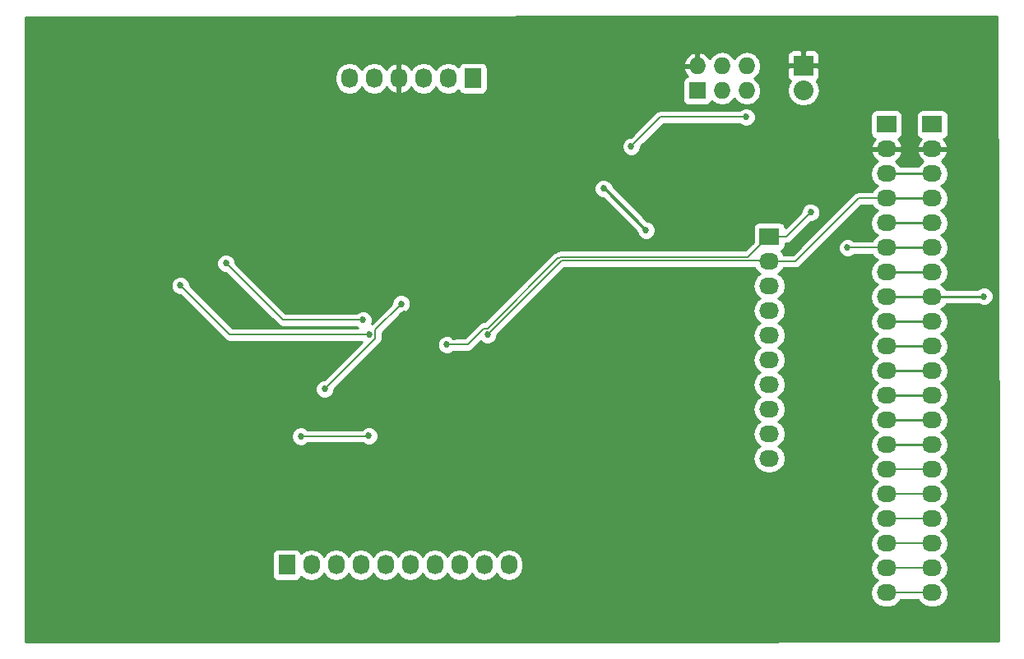
<source format=gbl>
G04 #@! TF.FileFunction,Copper,L2,Bot,Signal*
%FSLAX46Y46*%
G04 Gerber Fmt 4.6, Leading zero omitted, Abs format (unit mm)*
G04 Created by KiCad (PCBNEW 4.0.6) date Sat Aug 26 00:36:03 2017*
%MOMM*%
%LPD*%
G01*
G04 APERTURE LIST*
%ADD10C,0.100000*%
%ADD11R,1.727200X2.032000*%
%ADD12O,1.727200X2.032000*%
%ADD13R,1.727200X1.727200*%
%ADD14O,1.727200X1.727200*%
%ADD15R,2.032000X1.727200*%
%ADD16O,2.032000X1.727200*%
%ADD17R,2.032000X2.032000*%
%ADD18O,2.032000X2.032000*%
%ADD19C,0.685800*%
%ADD20C,0.152400*%
%ADD21C,0.330200*%
%ADD22C,0.254000*%
G04 APERTURE END LIST*
D10*
D11*
X171210000Y-57660000D03*
D12*
X168670000Y-57660000D03*
X166130000Y-57660000D03*
X163590000Y-57660000D03*
X161050000Y-57660000D03*
X158510000Y-57660000D03*
D13*
X194310000Y-58928000D03*
D14*
X194310000Y-56388000D03*
X196850000Y-58928000D03*
X196850000Y-56388000D03*
X199390000Y-58928000D03*
X199390000Y-56388000D03*
D11*
X152050000Y-107790000D03*
D12*
X154590000Y-107790000D03*
X157130000Y-107790000D03*
X159670000Y-107790000D03*
X162210000Y-107790000D03*
X164750000Y-107790000D03*
X167290000Y-107790000D03*
X169830000Y-107790000D03*
X172370000Y-107790000D03*
X174910000Y-107790000D03*
D15*
X201710000Y-73960000D03*
D16*
X201710000Y-76500000D03*
X201710000Y-79040000D03*
X201710000Y-81580000D03*
X201710000Y-84120000D03*
X201710000Y-86660000D03*
X201710000Y-89200000D03*
X201710000Y-91740000D03*
X201710000Y-94280000D03*
X201710000Y-96820000D03*
D15*
X218500000Y-62390000D03*
D16*
X218500000Y-64930000D03*
X218500000Y-67470000D03*
X218500000Y-70010000D03*
X218500000Y-72550000D03*
X218500000Y-75090000D03*
X218500000Y-77630000D03*
X218500000Y-80170000D03*
X218500000Y-82710000D03*
X218500000Y-85250000D03*
X218500000Y-87790000D03*
X218500000Y-90330000D03*
X218500000Y-92870000D03*
X218500000Y-95410000D03*
X218500000Y-97950000D03*
X218500000Y-100490000D03*
X218500000Y-103030000D03*
X218500000Y-105570000D03*
X218500000Y-108110000D03*
X218500000Y-110650000D03*
D15*
X213780000Y-62390000D03*
D16*
X213780000Y-64930000D03*
X213780000Y-67470000D03*
X213780000Y-70010000D03*
X213780000Y-72550000D03*
X213780000Y-75090000D03*
X213780000Y-77630000D03*
X213780000Y-80170000D03*
X213780000Y-82710000D03*
X213780000Y-85250000D03*
X213780000Y-87790000D03*
X213780000Y-90330000D03*
X213780000Y-92870000D03*
X213780000Y-95410000D03*
X213780000Y-97950000D03*
X213780000Y-100490000D03*
X213780000Y-103030000D03*
X213780000Y-105570000D03*
X213780000Y-108110000D03*
X213780000Y-110650000D03*
D17*
X205240000Y-56350000D03*
D18*
X205240000Y-58890000D03*
D19*
X160487360Y-94493080D03*
X153504900Y-94538800D03*
X184658000Y-69011800D03*
X189026800Y-73304400D03*
X199331580Y-61630560D03*
X187512960Y-64658240D03*
X159893000Y-82550000D03*
X145796000Y-76708000D03*
X160528000Y-84074000D03*
X141097000Y-78994000D03*
X163830000Y-80899000D03*
X155956000Y-89662000D03*
X169290000Y-84300000D03*
X164210000Y-83500000D03*
X164210000Y-81900000D03*
X178572160Y-59311540D03*
X163590000Y-53340000D03*
X187790000Y-56430000D03*
X172720000Y-84074000D03*
X168529000Y-85090000D03*
X205994000Y-71450200D03*
X209778600Y-75107800D03*
X223824800Y-80111600D03*
D20*
X153504900Y-94538800D02*
X160441640Y-94538800D01*
X160441640Y-94538800D02*
X160487360Y-94493080D01*
D21*
X184734200Y-69011800D02*
X184658000Y-69011800D01*
X189026800Y-73304400D02*
X184734200Y-69011800D01*
D20*
X190540640Y-61630560D02*
X199331580Y-61630560D01*
X187512960Y-64658240D02*
X190540640Y-61630560D01*
X199136000Y-58928000D02*
X199390000Y-58928000D01*
X151638000Y-82550000D02*
X159893000Y-82550000D01*
X145796000Y-76708000D02*
X151638000Y-82550000D01*
X146177000Y-84074000D02*
X160528000Y-84074000D01*
X141097000Y-78994000D02*
X146177000Y-84074000D01*
X161163000Y-83566000D02*
X163830000Y-80899000D01*
X161163000Y-84455000D02*
X161163000Y-83566000D01*
X155956000Y-89662000D02*
X161163000Y-84455000D01*
X201676000Y-78994000D02*
X201710000Y-79040000D01*
X201676000Y-81534000D02*
X201710000Y-81580000D01*
X201676000Y-84074000D02*
X201710000Y-84120000D01*
X201676000Y-86614000D02*
X201710000Y-86660000D01*
X201710000Y-89200000D02*
X201676000Y-89154000D01*
X201676000Y-96774000D02*
X201710000Y-96820000D01*
D22*
X178562000Y-59321700D02*
X178549300Y-59321700D01*
X178572160Y-59311540D02*
X178562000Y-59321700D01*
X213780000Y-67470000D02*
X218500000Y-67470000D01*
D20*
X213780000Y-70010000D02*
X210914000Y-70010000D01*
X204424000Y-76500000D02*
X201710000Y-76500000D01*
X210914000Y-70010000D02*
X204424000Y-76500000D01*
D22*
X213780000Y-70010000D02*
X218500000Y-70010000D01*
D20*
X201676000Y-76454000D02*
X201710000Y-76500000D01*
X180340000Y-76454000D02*
X201676000Y-76454000D01*
X172720000Y-84074000D02*
X180340000Y-76454000D01*
X201676000Y-76454000D02*
X201710000Y-76500000D01*
X201676000Y-73914000D02*
X199517000Y-76073000D01*
X199517000Y-76073000D02*
X180213000Y-76073000D01*
X180213000Y-76073000D02*
X180086000Y-76200000D01*
X180086000Y-76200000D02*
X179959000Y-76200000D01*
X179959000Y-76200000D02*
X172720000Y-83439000D01*
X172720000Y-83439000D02*
X172339000Y-83439000D01*
X172339000Y-83439000D02*
X170688000Y-85090000D01*
X170688000Y-85090000D02*
X168529000Y-85090000D01*
X213780000Y-75090000D02*
X209796400Y-75090000D01*
X203484200Y-73960000D02*
X201710000Y-73960000D01*
X205994000Y-71450200D02*
X203484200Y-73960000D01*
X209796400Y-75090000D02*
X209778600Y-75107800D01*
D22*
X213780000Y-75090000D02*
X218500000Y-75090000D01*
D20*
X201710000Y-73960000D02*
X201676000Y-73914000D01*
X201676000Y-73914000D02*
X201710000Y-73960000D01*
X159670000Y-108031800D02*
X159670000Y-107790000D01*
D22*
X213780000Y-77630000D02*
X218500000Y-77630000D01*
X218500000Y-80170000D02*
X223766400Y-80170000D01*
X223766400Y-80170000D02*
X223824800Y-80111600D01*
X213780000Y-80170000D02*
X218500000Y-80170000D01*
X213780000Y-82710000D02*
X218500000Y-82710000D01*
X213780000Y-85250000D02*
X218500000Y-85250000D01*
X213780000Y-87790000D02*
X218500000Y-87790000D01*
X213780000Y-90330000D02*
X218500000Y-90330000D01*
X213780000Y-92870000D02*
X218500000Y-92870000D01*
X213780000Y-95410000D02*
X218500000Y-95410000D01*
D20*
X213780000Y-97950000D02*
X218500000Y-97950000D01*
X213780000Y-100490000D02*
X218500000Y-100490000D01*
X213780000Y-103030000D02*
X218500000Y-103030000D01*
X213780000Y-105570000D02*
X218500000Y-105570000D01*
X213780000Y-108110000D02*
X218500000Y-108110000D01*
X213780000Y-110650000D02*
X218500000Y-110650000D01*
D22*
X213780000Y-72550000D02*
X218500000Y-72550000D01*
G36*
X225351340Y-101172564D02*
X225351340Y-115603873D01*
X179626198Y-115738800D01*
X125171200Y-115738800D01*
X125171200Y-106774000D01*
X150538960Y-106774000D01*
X150538960Y-108806000D01*
X150583238Y-109041317D01*
X150722310Y-109257441D01*
X150934510Y-109402431D01*
X151186400Y-109453440D01*
X152913600Y-109453440D01*
X153148917Y-109409162D01*
X153365041Y-109270090D01*
X153510031Y-109057890D01*
X153518400Y-109016561D01*
X153530330Y-109034415D01*
X154016511Y-109359271D01*
X154590000Y-109473345D01*
X155163489Y-109359271D01*
X155649670Y-109034415D01*
X155860000Y-108719634D01*
X156070330Y-109034415D01*
X156556511Y-109359271D01*
X157130000Y-109473345D01*
X157703489Y-109359271D01*
X158189670Y-109034415D01*
X158400000Y-108719634D01*
X158610330Y-109034415D01*
X159096511Y-109359271D01*
X159670000Y-109473345D01*
X160243489Y-109359271D01*
X160729670Y-109034415D01*
X160940000Y-108719634D01*
X161150330Y-109034415D01*
X161636511Y-109359271D01*
X162210000Y-109473345D01*
X162783489Y-109359271D01*
X163269670Y-109034415D01*
X163480000Y-108719634D01*
X163690330Y-109034415D01*
X164176511Y-109359271D01*
X164750000Y-109473345D01*
X165323489Y-109359271D01*
X165809670Y-109034415D01*
X166020000Y-108719634D01*
X166230330Y-109034415D01*
X166716511Y-109359271D01*
X167290000Y-109473345D01*
X167863489Y-109359271D01*
X168349670Y-109034415D01*
X168560000Y-108719634D01*
X168770330Y-109034415D01*
X169256511Y-109359271D01*
X169830000Y-109473345D01*
X170403489Y-109359271D01*
X170889670Y-109034415D01*
X171100000Y-108719634D01*
X171310330Y-109034415D01*
X171796511Y-109359271D01*
X172370000Y-109473345D01*
X172943489Y-109359271D01*
X173429670Y-109034415D01*
X173640000Y-108719634D01*
X173850330Y-109034415D01*
X174336511Y-109359271D01*
X174910000Y-109473345D01*
X175483489Y-109359271D01*
X175969670Y-109034415D01*
X176294526Y-108548234D01*
X176408600Y-107974745D01*
X176408600Y-107605255D01*
X176294526Y-107031766D01*
X175969670Y-106545585D01*
X175483489Y-106220729D01*
X174910000Y-106106655D01*
X174336511Y-106220729D01*
X173850330Y-106545585D01*
X173640000Y-106860366D01*
X173429670Y-106545585D01*
X172943489Y-106220729D01*
X172370000Y-106106655D01*
X171796511Y-106220729D01*
X171310330Y-106545585D01*
X171100000Y-106860366D01*
X170889670Y-106545585D01*
X170403489Y-106220729D01*
X169830000Y-106106655D01*
X169256511Y-106220729D01*
X168770330Y-106545585D01*
X168560000Y-106860366D01*
X168349670Y-106545585D01*
X167863489Y-106220729D01*
X167290000Y-106106655D01*
X166716511Y-106220729D01*
X166230330Y-106545585D01*
X166020000Y-106860366D01*
X165809670Y-106545585D01*
X165323489Y-106220729D01*
X164750000Y-106106655D01*
X164176511Y-106220729D01*
X163690330Y-106545585D01*
X163480000Y-106860366D01*
X163269670Y-106545585D01*
X162783489Y-106220729D01*
X162210000Y-106106655D01*
X161636511Y-106220729D01*
X161150330Y-106545585D01*
X160940000Y-106860366D01*
X160729670Y-106545585D01*
X160243489Y-106220729D01*
X159670000Y-106106655D01*
X159096511Y-106220729D01*
X158610330Y-106545585D01*
X158400000Y-106860366D01*
X158189670Y-106545585D01*
X157703489Y-106220729D01*
X157130000Y-106106655D01*
X156556511Y-106220729D01*
X156070330Y-106545585D01*
X155860000Y-106860366D01*
X155649670Y-106545585D01*
X155163489Y-106220729D01*
X154590000Y-106106655D01*
X154016511Y-106220729D01*
X153530330Y-106545585D01*
X153520757Y-106559913D01*
X153516762Y-106538683D01*
X153377690Y-106322559D01*
X153165490Y-106177569D01*
X152913600Y-106126560D01*
X151186400Y-106126560D01*
X150951083Y-106170838D01*
X150734959Y-106309910D01*
X150589969Y-106522110D01*
X150538960Y-106774000D01*
X125171200Y-106774000D01*
X125171200Y-94732463D01*
X152526831Y-94732463D01*
X152675393Y-95092012D01*
X152950241Y-95367340D01*
X153309530Y-95516530D01*
X153698563Y-95516869D01*
X154058112Y-95368307D01*
X154176626Y-95250000D01*
X159861206Y-95250000D01*
X159932701Y-95321620D01*
X160291990Y-95470810D01*
X160681023Y-95471149D01*
X161040572Y-95322587D01*
X161315900Y-95047739D01*
X161465090Y-94688450D01*
X161465429Y-94299417D01*
X161316867Y-93939868D01*
X161042019Y-93664540D01*
X160682730Y-93515350D01*
X160293697Y-93515011D01*
X159934148Y-93663573D01*
X159769835Y-93827600D01*
X154176694Y-93827600D01*
X154059559Y-93710260D01*
X153700270Y-93561070D01*
X153311237Y-93560731D01*
X152951688Y-93709293D01*
X152676360Y-93984141D01*
X152527170Y-94343430D01*
X152526831Y-94732463D01*
X125171200Y-94732463D01*
X125171200Y-79187663D01*
X140118931Y-79187663D01*
X140267493Y-79547212D01*
X140542341Y-79822540D01*
X140901630Y-79971730D01*
X141069088Y-79971876D01*
X145674106Y-84576894D01*
X145904835Y-84731063D01*
X146177000Y-84785200D01*
X159827012Y-84785200D01*
X155928137Y-88684075D01*
X155762337Y-88683931D01*
X155402788Y-88832493D01*
X155127460Y-89107341D01*
X154978270Y-89466630D01*
X154977931Y-89855663D01*
X155126493Y-90215212D01*
X155401341Y-90490540D01*
X155760630Y-90639730D01*
X156149663Y-90640069D01*
X156509212Y-90491507D01*
X156784540Y-90216659D01*
X156933730Y-89857370D01*
X156933876Y-89689912D01*
X161340125Y-85283663D01*
X167550931Y-85283663D01*
X167699493Y-85643212D01*
X167974341Y-85918540D01*
X168333630Y-86067730D01*
X168722663Y-86068069D01*
X169082212Y-85919507D01*
X169200726Y-85801200D01*
X170688000Y-85801200D01*
X170960165Y-85747063D01*
X171190894Y-85592894D01*
X172023419Y-84760370D01*
X172165341Y-84902540D01*
X172524630Y-85051730D01*
X172913663Y-85052069D01*
X173273212Y-84903507D01*
X173548540Y-84628659D01*
X173697730Y-84269370D01*
X173697876Y-84101912D01*
X180634589Y-77165200D01*
X200202008Y-77165200D01*
X200465585Y-77559670D01*
X200780366Y-77770000D01*
X200465585Y-77980330D01*
X200140729Y-78466511D01*
X200026655Y-79040000D01*
X200140729Y-79613489D01*
X200465585Y-80099670D01*
X200780366Y-80310000D01*
X200465585Y-80520330D01*
X200140729Y-81006511D01*
X200026655Y-81580000D01*
X200140729Y-82153489D01*
X200465585Y-82639670D01*
X200780366Y-82850000D01*
X200465585Y-83060330D01*
X200140729Y-83546511D01*
X200026655Y-84120000D01*
X200140729Y-84693489D01*
X200465585Y-85179670D01*
X200780366Y-85390000D01*
X200465585Y-85600330D01*
X200140729Y-86086511D01*
X200026655Y-86660000D01*
X200140729Y-87233489D01*
X200465585Y-87719670D01*
X200780366Y-87930000D01*
X200465585Y-88140330D01*
X200140729Y-88626511D01*
X200026655Y-89200000D01*
X200140729Y-89773489D01*
X200465585Y-90259670D01*
X200780366Y-90470000D01*
X200465585Y-90680330D01*
X200140729Y-91166511D01*
X200026655Y-91740000D01*
X200140729Y-92313489D01*
X200465585Y-92799670D01*
X200780366Y-93010000D01*
X200465585Y-93220330D01*
X200140729Y-93706511D01*
X200026655Y-94280000D01*
X200140729Y-94853489D01*
X200465585Y-95339670D01*
X200780366Y-95550000D01*
X200465585Y-95760330D01*
X200140729Y-96246511D01*
X200026655Y-96820000D01*
X200140729Y-97393489D01*
X200465585Y-97879670D01*
X200951766Y-98204526D01*
X201525255Y-98318600D01*
X201894745Y-98318600D01*
X202468234Y-98204526D01*
X202954415Y-97879670D01*
X203279271Y-97393489D01*
X203393345Y-96820000D01*
X203279271Y-96246511D01*
X202954415Y-95760330D01*
X202639634Y-95550000D01*
X202954415Y-95339670D01*
X203279271Y-94853489D01*
X203393345Y-94280000D01*
X203279271Y-93706511D01*
X202954415Y-93220330D01*
X202639634Y-93010000D01*
X202954415Y-92799670D01*
X203279271Y-92313489D01*
X203393345Y-91740000D01*
X203279271Y-91166511D01*
X202954415Y-90680330D01*
X202639634Y-90470000D01*
X202954415Y-90259670D01*
X203279271Y-89773489D01*
X203393345Y-89200000D01*
X203279271Y-88626511D01*
X202954415Y-88140330D01*
X202639634Y-87930000D01*
X202954415Y-87719670D01*
X203279271Y-87233489D01*
X203393345Y-86660000D01*
X203279271Y-86086511D01*
X202954415Y-85600330D01*
X202639634Y-85390000D01*
X202954415Y-85179670D01*
X203279271Y-84693489D01*
X203393345Y-84120000D01*
X203279271Y-83546511D01*
X202954415Y-83060330D01*
X202639634Y-82850000D01*
X202954415Y-82639670D01*
X203279271Y-82153489D01*
X203393345Y-81580000D01*
X203279271Y-81006511D01*
X202954415Y-80520330D01*
X202639634Y-80310000D01*
X202954415Y-80099670D01*
X203279271Y-79613489D01*
X203393345Y-79040000D01*
X203279271Y-78466511D01*
X202954415Y-77980330D01*
X202639634Y-77770000D01*
X202954415Y-77559670D01*
X203187255Y-77211200D01*
X204424000Y-77211200D01*
X204696165Y-77157063D01*
X204926894Y-77002894D01*
X211208588Y-70721200D01*
X212302745Y-70721200D01*
X212535585Y-71069670D01*
X212850366Y-71280000D01*
X212535585Y-71490330D01*
X212210729Y-71976511D01*
X212096655Y-72550000D01*
X212210729Y-73123489D01*
X212535585Y-73609670D01*
X212850366Y-73820000D01*
X212535585Y-74030330D01*
X212302745Y-74378800D01*
X210432625Y-74378800D01*
X210333259Y-74279260D01*
X209973970Y-74130070D01*
X209584937Y-74129731D01*
X209225388Y-74278293D01*
X208950060Y-74553141D01*
X208800870Y-74912430D01*
X208800531Y-75301463D01*
X208949093Y-75661012D01*
X209223941Y-75936340D01*
X209583230Y-76085530D01*
X209972263Y-76085869D01*
X210331812Y-75937307D01*
X210468157Y-75801200D01*
X212302745Y-75801200D01*
X212535585Y-76149670D01*
X212850366Y-76360000D01*
X212535585Y-76570330D01*
X212210729Y-77056511D01*
X212096655Y-77630000D01*
X212210729Y-78203489D01*
X212535585Y-78689670D01*
X212850366Y-78900000D01*
X212535585Y-79110330D01*
X212210729Y-79596511D01*
X212096655Y-80170000D01*
X212210729Y-80743489D01*
X212535585Y-81229670D01*
X212850366Y-81440000D01*
X212535585Y-81650330D01*
X212210729Y-82136511D01*
X212096655Y-82710000D01*
X212210729Y-83283489D01*
X212535585Y-83769670D01*
X212850366Y-83980000D01*
X212535585Y-84190330D01*
X212210729Y-84676511D01*
X212096655Y-85250000D01*
X212210729Y-85823489D01*
X212535585Y-86309670D01*
X212850366Y-86520000D01*
X212535585Y-86730330D01*
X212210729Y-87216511D01*
X212096655Y-87790000D01*
X212210729Y-88363489D01*
X212535585Y-88849670D01*
X212850366Y-89060000D01*
X212535585Y-89270330D01*
X212210729Y-89756511D01*
X212096655Y-90330000D01*
X212210729Y-90903489D01*
X212535585Y-91389670D01*
X212850366Y-91600000D01*
X212535585Y-91810330D01*
X212210729Y-92296511D01*
X212096655Y-92870000D01*
X212210729Y-93443489D01*
X212535585Y-93929670D01*
X212850366Y-94140000D01*
X212535585Y-94350330D01*
X212210729Y-94836511D01*
X212096655Y-95410000D01*
X212210729Y-95983489D01*
X212535585Y-96469670D01*
X212850366Y-96680000D01*
X212535585Y-96890330D01*
X212210729Y-97376511D01*
X212096655Y-97950000D01*
X212210729Y-98523489D01*
X212535585Y-99009670D01*
X212850366Y-99220000D01*
X212535585Y-99430330D01*
X212210729Y-99916511D01*
X212096655Y-100490000D01*
X212210729Y-101063489D01*
X212535585Y-101549670D01*
X212850366Y-101760000D01*
X212535585Y-101970330D01*
X212210729Y-102456511D01*
X212096655Y-103030000D01*
X212210729Y-103603489D01*
X212535585Y-104089670D01*
X212850366Y-104300000D01*
X212535585Y-104510330D01*
X212210729Y-104996511D01*
X212096655Y-105570000D01*
X212210729Y-106143489D01*
X212535585Y-106629670D01*
X212850366Y-106840000D01*
X212535585Y-107050330D01*
X212210729Y-107536511D01*
X212096655Y-108110000D01*
X212210729Y-108683489D01*
X212535585Y-109169670D01*
X212850366Y-109380000D01*
X212535585Y-109590330D01*
X212210729Y-110076511D01*
X212096655Y-110650000D01*
X212210729Y-111223489D01*
X212535585Y-111709670D01*
X213021766Y-112034526D01*
X213595255Y-112148600D01*
X213964745Y-112148600D01*
X214538234Y-112034526D01*
X215024415Y-111709670D01*
X215257255Y-111361200D01*
X217022745Y-111361200D01*
X217255585Y-111709670D01*
X217741766Y-112034526D01*
X218315255Y-112148600D01*
X218684745Y-112148600D01*
X219258234Y-112034526D01*
X219744415Y-111709670D01*
X220069271Y-111223489D01*
X220183345Y-110650000D01*
X220069271Y-110076511D01*
X219744415Y-109590330D01*
X219429634Y-109380000D01*
X219744415Y-109169670D01*
X220069271Y-108683489D01*
X220183345Y-108110000D01*
X220069271Y-107536511D01*
X219744415Y-107050330D01*
X219429634Y-106840000D01*
X219744415Y-106629670D01*
X220069271Y-106143489D01*
X220183345Y-105570000D01*
X220069271Y-104996511D01*
X219744415Y-104510330D01*
X219429634Y-104300000D01*
X219744415Y-104089670D01*
X220069271Y-103603489D01*
X220183345Y-103030000D01*
X220069271Y-102456511D01*
X219744415Y-101970330D01*
X219429634Y-101760000D01*
X219744415Y-101549670D01*
X220069271Y-101063489D01*
X220183345Y-100490000D01*
X220069271Y-99916511D01*
X219744415Y-99430330D01*
X219429634Y-99220000D01*
X219744415Y-99009670D01*
X220069271Y-98523489D01*
X220183345Y-97950000D01*
X220069271Y-97376511D01*
X219744415Y-96890330D01*
X219429634Y-96680000D01*
X219744415Y-96469670D01*
X220069271Y-95983489D01*
X220183345Y-95410000D01*
X220069271Y-94836511D01*
X219744415Y-94350330D01*
X219429634Y-94140000D01*
X219744415Y-93929670D01*
X220069271Y-93443489D01*
X220183345Y-92870000D01*
X220069271Y-92296511D01*
X219744415Y-91810330D01*
X219429634Y-91600000D01*
X219744415Y-91389670D01*
X220069271Y-90903489D01*
X220183345Y-90330000D01*
X220069271Y-89756511D01*
X219744415Y-89270330D01*
X219429634Y-89060000D01*
X219744415Y-88849670D01*
X220069271Y-88363489D01*
X220183345Y-87790000D01*
X220069271Y-87216511D01*
X219744415Y-86730330D01*
X219429634Y-86520000D01*
X219744415Y-86309670D01*
X220069271Y-85823489D01*
X220183345Y-85250000D01*
X220069271Y-84676511D01*
X219744415Y-84190330D01*
X219429634Y-83980000D01*
X219744415Y-83769670D01*
X220069271Y-83283489D01*
X220183345Y-82710000D01*
X220069271Y-82136511D01*
X219744415Y-81650330D01*
X219429634Y-81440000D01*
X219744415Y-81229670D01*
X219943312Y-80932000D01*
X223262015Y-80932000D01*
X223270141Y-80940140D01*
X223629430Y-81089330D01*
X224018463Y-81089669D01*
X224378012Y-80941107D01*
X224653340Y-80666259D01*
X224802530Y-80306970D01*
X224802869Y-79917937D01*
X224654307Y-79558388D01*
X224379459Y-79283060D01*
X224020170Y-79133870D01*
X223631137Y-79133531D01*
X223271588Y-79282093D01*
X223145461Y-79408000D01*
X219943312Y-79408000D01*
X219744415Y-79110330D01*
X219429634Y-78900000D01*
X219744415Y-78689670D01*
X220069271Y-78203489D01*
X220183345Y-77630000D01*
X220069271Y-77056511D01*
X219744415Y-76570330D01*
X219429634Y-76360000D01*
X219744415Y-76149670D01*
X220069271Y-75663489D01*
X220183345Y-75090000D01*
X220069271Y-74516511D01*
X219744415Y-74030330D01*
X219429634Y-73820000D01*
X219744415Y-73609670D01*
X220069271Y-73123489D01*
X220183345Y-72550000D01*
X220069271Y-71976511D01*
X219744415Y-71490330D01*
X219429634Y-71280000D01*
X219744415Y-71069670D01*
X220069271Y-70583489D01*
X220183345Y-70010000D01*
X220069271Y-69436511D01*
X219744415Y-68950330D01*
X219429634Y-68740000D01*
X219744415Y-68529670D01*
X220069271Y-68043489D01*
X220183345Y-67470000D01*
X220069271Y-66896511D01*
X219744415Y-66410330D01*
X219434931Y-66203539D01*
X219850732Y-65832036D01*
X220104709Y-65304791D01*
X220107358Y-65289026D01*
X219986217Y-65057000D01*
X218627000Y-65057000D01*
X218627000Y-65077000D01*
X218373000Y-65077000D01*
X218373000Y-65057000D01*
X217013783Y-65057000D01*
X216892642Y-65289026D01*
X216895291Y-65304791D01*
X217149268Y-65832036D01*
X217565069Y-66203539D01*
X217255585Y-66410330D01*
X217056688Y-66708000D01*
X215223312Y-66708000D01*
X215024415Y-66410330D01*
X214714931Y-66203539D01*
X215130732Y-65832036D01*
X215384709Y-65304791D01*
X215387358Y-65289026D01*
X215266217Y-65057000D01*
X213907000Y-65057000D01*
X213907000Y-65077000D01*
X213653000Y-65077000D01*
X213653000Y-65057000D01*
X212293783Y-65057000D01*
X212172642Y-65289026D01*
X212175291Y-65304791D01*
X212429268Y-65832036D01*
X212845069Y-66203539D01*
X212535585Y-66410330D01*
X212210729Y-66896511D01*
X212096655Y-67470000D01*
X212210729Y-68043489D01*
X212535585Y-68529670D01*
X212850366Y-68740000D01*
X212535585Y-68950330D01*
X212302745Y-69298800D01*
X210914000Y-69298800D01*
X210641835Y-69352937D01*
X210411106Y-69507106D01*
X204129412Y-75788800D01*
X203187255Y-75788800D01*
X202954415Y-75440330D01*
X202940087Y-75430757D01*
X202961317Y-75426762D01*
X203177441Y-75287690D01*
X203322431Y-75075490D01*
X203373440Y-74823600D01*
X203373440Y-74671200D01*
X203484200Y-74671200D01*
X203756365Y-74617063D01*
X203987094Y-74462894D01*
X206021863Y-72428125D01*
X206187663Y-72428269D01*
X206547212Y-72279707D01*
X206822540Y-72004859D01*
X206971730Y-71645570D01*
X206972069Y-71256537D01*
X206823507Y-70896988D01*
X206548659Y-70621660D01*
X206189370Y-70472470D01*
X205800337Y-70472131D01*
X205440788Y-70620693D01*
X205165460Y-70895541D01*
X205016270Y-71254830D01*
X205016124Y-71422288D01*
X203368463Y-73069949D01*
X203329162Y-72861083D01*
X203190090Y-72644959D01*
X202977890Y-72499969D01*
X202726000Y-72448960D01*
X200694000Y-72448960D01*
X200458683Y-72493238D01*
X200242559Y-72632310D01*
X200097569Y-72844510D01*
X200046560Y-73096400D01*
X200046560Y-74537652D01*
X199222412Y-75361800D01*
X180213000Y-75361800D01*
X179985990Y-75406955D01*
X179940835Y-75415937D01*
X179777866Y-75524830D01*
X179686835Y-75542937D01*
X179456106Y-75697106D01*
X172425412Y-82727800D01*
X172339000Y-82727800D01*
X172066836Y-82781937D01*
X171836106Y-82936105D01*
X170393412Y-84378800D01*
X169200794Y-84378800D01*
X169083659Y-84261460D01*
X168724370Y-84112270D01*
X168335337Y-84111931D01*
X167975788Y-84260493D01*
X167700460Y-84535341D01*
X167551270Y-84894630D01*
X167550931Y-85283663D01*
X161340125Y-85283663D01*
X161665894Y-84957894D01*
X161820063Y-84727165D01*
X161874200Y-84455000D01*
X161874200Y-83860588D01*
X163857864Y-81876925D01*
X164023663Y-81877069D01*
X164383212Y-81728507D01*
X164658540Y-81453659D01*
X164807730Y-81094370D01*
X164808069Y-80705337D01*
X164659507Y-80345788D01*
X164384659Y-80070460D01*
X164025370Y-79921270D01*
X163636337Y-79920931D01*
X163276788Y-80069493D01*
X163001460Y-80344341D01*
X162852270Y-80703630D01*
X162852124Y-80871087D01*
X160794670Y-82928541D01*
X160870730Y-82745370D01*
X160871069Y-82356337D01*
X160722507Y-81996788D01*
X160447659Y-81721460D01*
X160088370Y-81572270D01*
X159699337Y-81571931D01*
X159339788Y-81720493D01*
X159221274Y-81838800D01*
X151932589Y-81838800D01*
X146773925Y-76680136D01*
X146774069Y-76514337D01*
X146625507Y-76154788D01*
X146350659Y-75879460D01*
X145991370Y-75730270D01*
X145602337Y-75729931D01*
X145242788Y-75878493D01*
X144967460Y-76153341D01*
X144818270Y-76512630D01*
X144817931Y-76901663D01*
X144966493Y-77261212D01*
X145241341Y-77536540D01*
X145600630Y-77685730D01*
X145768088Y-77685876D01*
X151135106Y-83052895D01*
X151305632Y-83166836D01*
X151365836Y-83207063D01*
X151638000Y-83261200D01*
X159221206Y-83261200D01*
X159322628Y-83362800D01*
X146471588Y-83362800D01*
X142074925Y-78966137D01*
X142075069Y-78800337D01*
X141926507Y-78440788D01*
X141651659Y-78165460D01*
X141292370Y-78016270D01*
X140903337Y-78015931D01*
X140543788Y-78164493D01*
X140268460Y-78439341D01*
X140119270Y-78798630D01*
X140118931Y-79187663D01*
X125171200Y-79187663D01*
X125171200Y-69205463D01*
X183679931Y-69205463D01*
X183828493Y-69565012D01*
X184103341Y-69840340D01*
X184462630Y-69989530D01*
X184580521Y-69989633D01*
X188048766Y-73457878D01*
X188048731Y-73498063D01*
X188197293Y-73857612D01*
X188472141Y-74132940D01*
X188831430Y-74282130D01*
X189220463Y-74282469D01*
X189580012Y-74133907D01*
X189855340Y-73859059D01*
X190004530Y-73499770D01*
X190004869Y-73110737D01*
X189856307Y-72751188D01*
X189581459Y-72475860D01*
X189222170Y-72326670D01*
X189180546Y-72326634D01*
X185610734Y-68756822D01*
X185487507Y-68458588D01*
X185212659Y-68183260D01*
X184853370Y-68034070D01*
X184464337Y-68033731D01*
X184104788Y-68182293D01*
X183829460Y-68457141D01*
X183680270Y-68816430D01*
X183679931Y-69205463D01*
X125171200Y-69205463D01*
X125171200Y-64851903D01*
X186534891Y-64851903D01*
X186683453Y-65211452D01*
X186958301Y-65486780D01*
X187317590Y-65635970D01*
X187706623Y-65636309D01*
X188066172Y-65487747D01*
X188341500Y-65212899D01*
X188490690Y-64853610D01*
X188490836Y-64686152D01*
X190835228Y-62341760D01*
X198659786Y-62341760D01*
X198776921Y-62459100D01*
X199136210Y-62608290D01*
X199525243Y-62608629D01*
X199884792Y-62460067D01*
X200160120Y-62185219D01*
X200309310Y-61825930D01*
X200309571Y-61526400D01*
X212116560Y-61526400D01*
X212116560Y-63253600D01*
X212160838Y-63488917D01*
X212299910Y-63705041D01*
X212512110Y-63850031D01*
X212606927Y-63869232D01*
X212429268Y-64027964D01*
X212175291Y-64555209D01*
X212172642Y-64570974D01*
X212293783Y-64803000D01*
X213653000Y-64803000D01*
X213653000Y-64783000D01*
X213907000Y-64783000D01*
X213907000Y-64803000D01*
X215266217Y-64803000D01*
X215387358Y-64570974D01*
X215384709Y-64555209D01*
X215130732Y-64027964D01*
X214955155Y-63871093D01*
X215031317Y-63856762D01*
X215247441Y-63717690D01*
X215392431Y-63505490D01*
X215443440Y-63253600D01*
X215443440Y-61526400D01*
X216836560Y-61526400D01*
X216836560Y-63253600D01*
X216880838Y-63488917D01*
X217019910Y-63705041D01*
X217232110Y-63850031D01*
X217326927Y-63869232D01*
X217149268Y-64027964D01*
X216895291Y-64555209D01*
X216892642Y-64570974D01*
X217013783Y-64803000D01*
X218373000Y-64803000D01*
X218373000Y-64783000D01*
X218627000Y-64783000D01*
X218627000Y-64803000D01*
X219986217Y-64803000D01*
X220107358Y-64570974D01*
X220104709Y-64555209D01*
X219850732Y-64027964D01*
X219675155Y-63871093D01*
X219751317Y-63856762D01*
X219967441Y-63717690D01*
X220112431Y-63505490D01*
X220163440Y-63253600D01*
X220163440Y-61526400D01*
X220119162Y-61291083D01*
X219980090Y-61074959D01*
X219767890Y-60929969D01*
X219516000Y-60878960D01*
X217484000Y-60878960D01*
X217248683Y-60923238D01*
X217032559Y-61062310D01*
X216887569Y-61274510D01*
X216836560Y-61526400D01*
X215443440Y-61526400D01*
X215399162Y-61291083D01*
X215260090Y-61074959D01*
X215047890Y-60929969D01*
X214796000Y-60878960D01*
X212764000Y-60878960D01*
X212528683Y-60923238D01*
X212312559Y-61062310D01*
X212167569Y-61274510D01*
X212116560Y-61526400D01*
X200309571Y-61526400D01*
X200309649Y-61436897D01*
X200161087Y-61077348D01*
X199886239Y-60802020D01*
X199526950Y-60652830D01*
X199137917Y-60652491D01*
X198778368Y-60801053D01*
X198659854Y-60919360D01*
X190540640Y-60919360D01*
X190313630Y-60964515D01*
X190268475Y-60973497D01*
X190037746Y-61127666D01*
X187485097Y-63680315D01*
X187319297Y-63680171D01*
X186959748Y-63828733D01*
X186684420Y-64103581D01*
X186535230Y-64462870D01*
X186534891Y-64851903D01*
X125171200Y-64851903D01*
X125171200Y-57475255D01*
X157011400Y-57475255D01*
X157011400Y-57844745D01*
X157125474Y-58418234D01*
X157450330Y-58904415D01*
X157936511Y-59229271D01*
X158510000Y-59343345D01*
X159083489Y-59229271D01*
X159569670Y-58904415D01*
X159780000Y-58589634D01*
X159990330Y-58904415D01*
X160476511Y-59229271D01*
X161050000Y-59343345D01*
X161623489Y-59229271D01*
X162109670Y-58904415D01*
X162316461Y-58594931D01*
X162687964Y-59010732D01*
X163215209Y-59264709D01*
X163230974Y-59267358D01*
X163463000Y-59146217D01*
X163463000Y-57787000D01*
X163443000Y-57787000D01*
X163443000Y-57533000D01*
X163463000Y-57533000D01*
X163463000Y-56173783D01*
X163717000Y-56173783D01*
X163717000Y-57533000D01*
X163737000Y-57533000D01*
X163737000Y-57787000D01*
X163717000Y-57787000D01*
X163717000Y-59146217D01*
X163949026Y-59267358D01*
X163964791Y-59264709D01*
X164492036Y-59010732D01*
X164863539Y-58594931D01*
X165070330Y-58904415D01*
X165556511Y-59229271D01*
X166130000Y-59343345D01*
X166703489Y-59229271D01*
X167189670Y-58904415D01*
X167400000Y-58589634D01*
X167610330Y-58904415D01*
X168096511Y-59229271D01*
X168670000Y-59343345D01*
X169243489Y-59229271D01*
X169729670Y-58904415D01*
X169739243Y-58890087D01*
X169743238Y-58911317D01*
X169882310Y-59127441D01*
X170094510Y-59272431D01*
X170346400Y-59323440D01*
X172073600Y-59323440D01*
X172308917Y-59279162D01*
X172525041Y-59140090D01*
X172670031Y-58927890D01*
X172721040Y-58676000D01*
X172721040Y-58064400D01*
X192798960Y-58064400D01*
X192798960Y-59791600D01*
X192843238Y-60026917D01*
X192982310Y-60243041D01*
X193194510Y-60388031D01*
X193446400Y-60439040D01*
X195173600Y-60439040D01*
X195408917Y-60394762D01*
X195625041Y-60255690D01*
X195770031Y-60043490D01*
X195778864Y-59999869D01*
X195790330Y-60017029D01*
X196276511Y-60341885D01*
X196850000Y-60455959D01*
X197423489Y-60341885D01*
X197909670Y-60017029D01*
X198120000Y-59702248D01*
X198330330Y-60017029D01*
X198816511Y-60341885D01*
X199390000Y-60455959D01*
X199963489Y-60341885D01*
X200449670Y-60017029D01*
X200774526Y-59530848D01*
X200888600Y-58957359D01*
X200888600Y-58898641D01*
X200886882Y-58890000D01*
X203556655Y-58890000D01*
X203682330Y-59521810D01*
X204040222Y-60057433D01*
X204575845Y-60415325D01*
X205207655Y-60541000D01*
X205272345Y-60541000D01*
X205904155Y-60415325D01*
X206439778Y-60057433D01*
X206797670Y-59521810D01*
X206923345Y-58890000D01*
X206797670Y-58258190D01*
X206573034Y-57921999D01*
X206615698Y-57904327D01*
X206794327Y-57725699D01*
X206891000Y-57492310D01*
X206891000Y-56635750D01*
X206732250Y-56477000D01*
X205367000Y-56477000D01*
X205367000Y-56497000D01*
X205113000Y-56497000D01*
X205113000Y-56477000D01*
X203747750Y-56477000D01*
X203589000Y-56635750D01*
X203589000Y-57492310D01*
X203685673Y-57725699D01*
X203864302Y-57904327D01*
X203906966Y-57921999D01*
X203682330Y-58258190D01*
X203556655Y-58890000D01*
X200886882Y-58890000D01*
X200774526Y-58325152D01*
X200449670Y-57838971D01*
X200178828Y-57658000D01*
X200449670Y-57477029D01*
X200774526Y-56990848D01*
X200888600Y-56417359D01*
X200888600Y-56358641D01*
X200774526Y-55785152D01*
X200449670Y-55298971D01*
X200313059Y-55207690D01*
X203589000Y-55207690D01*
X203589000Y-56064250D01*
X203747750Y-56223000D01*
X205113000Y-56223000D01*
X205113000Y-54857750D01*
X205367000Y-54857750D01*
X205367000Y-56223000D01*
X206732250Y-56223000D01*
X206891000Y-56064250D01*
X206891000Y-55207690D01*
X206794327Y-54974301D01*
X206615698Y-54795673D01*
X206382309Y-54699000D01*
X205525750Y-54699000D01*
X205367000Y-54857750D01*
X205113000Y-54857750D01*
X204954250Y-54699000D01*
X204097691Y-54699000D01*
X203864302Y-54795673D01*
X203685673Y-54974301D01*
X203589000Y-55207690D01*
X200313059Y-55207690D01*
X199963489Y-54974115D01*
X199390000Y-54860041D01*
X198816511Y-54974115D01*
X198330330Y-55298971D01*
X198120000Y-55613752D01*
X197909670Y-55298971D01*
X197423489Y-54974115D01*
X196850000Y-54860041D01*
X196276511Y-54974115D01*
X195790330Y-55298971D01*
X195574336Y-55622228D01*
X195516821Y-55499510D01*
X195084947Y-55105312D01*
X194669026Y-54933042D01*
X194437000Y-55054183D01*
X194437000Y-56261000D01*
X194457000Y-56261000D01*
X194457000Y-56515000D01*
X194437000Y-56515000D01*
X194437000Y-56535000D01*
X194183000Y-56535000D01*
X194183000Y-56515000D01*
X192975531Y-56515000D01*
X192855032Y-56747027D01*
X193103179Y-57276490D01*
X193289433Y-57446495D01*
X193211083Y-57461238D01*
X192994959Y-57600310D01*
X192849969Y-57812510D01*
X192798960Y-58064400D01*
X172721040Y-58064400D01*
X172721040Y-56644000D01*
X172676762Y-56408683D01*
X172537690Y-56192559D01*
X172325490Y-56047569D01*
X172233661Y-56028973D01*
X192855032Y-56028973D01*
X192975531Y-56261000D01*
X194183000Y-56261000D01*
X194183000Y-55054183D01*
X193950974Y-54933042D01*
X193535053Y-55105312D01*
X193103179Y-55499510D01*
X192855032Y-56028973D01*
X172233661Y-56028973D01*
X172073600Y-55996560D01*
X170346400Y-55996560D01*
X170111083Y-56040838D01*
X169894959Y-56179910D01*
X169749969Y-56392110D01*
X169741600Y-56433439D01*
X169729670Y-56415585D01*
X169243489Y-56090729D01*
X168670000Y-55976655D01*
X168096511Y-56090729D01*
X167610330Y-56415585D01*
X167400000Y-56730366D01*
X167189670Y-56415585D01*
X166703489Y-56090729D01*
X166130000Y-55976655D01*
X165556511Y-56090729D01*
X165070330Y-56415585D01*
X164863539Y-56725069D01*
X164492036Y-56309268D01*
X163964791Y-56055291D01*
X163949026Y-56052642D01*
X163717000Y-56173783D01*
X163463000Y-56173783D01*
X163230974Y-56052642D01*
X163215209Y-56055291D01*
X162687964Y-56309268D01*
X162316461Y-56725069D01*
X162109670Y-56415585D01*
X161623489Y-56090729D01*
X161050000Y-55976655D01*
X160476511Y-56090729D01*
X159990330Y-56415585D01*
X159780000Y-56730366D01*
X159569670Y-56415585D01*
X159083489Y-56090729D01*
X158510000Y-55976655D01*
X157936511Y-56090729D01*
X157450330Y-56415585D01*
X157125474Y-56901766D01*
X157011400Y-57475255D01*
X125171200Y-57475255D01*
X125171200Y-51386695D01*
X225120786Y-51270048D01*
X225351340Y-101172564D01*
X225351340Y-101172564D01*
G37*
X225351340Y-101172564D02*
X225351340Y-115603873D01*
X179626198Y-115738800D01*
X125171200Y-115738800D01*
X125171200Y-106774000D01*
X150538960Y-106774000D01*
X150538960Y-108806000D01*
X150583238Y-109041317D01*
X150722310Y-109257441D01*
X150934510Y-109402431D01*
X151186400Y-109453440D01*
X152913600Y-109453440D01*
X153148917Y-109409162D01*
X153365041Y-109270090D01*
X153510031Y-109057890D01*
X153518400Y-109016561D01*
X153530330Y-109034415D01*
X154016511Y-109359271D01*
X154590000Y-109473345D01*
X155163489Y-109359271D01*
X155649670Y-109034415D01*
X155860000Y-108719634D01*
X156070330Y-109034415D01*
X156556511Y-109359271D01*
X157130000Y-109473345D01*
X157703489Y-109359271D01*
X158189670Y-109034415D01*
X158400000Y-108719634D01*
X158610330Y-109034415D01*
X159096511Y-109359271D01*
X159670000Y-109473345D01*
X160243489Y-109359271D01*
X160729670Y-109034415D01*
X160940000Y-108719634D01*
X161150330Y-109034415D01*
X161636511Y-109359271D01*
X162210000Y-109473345D01*
X162783489Y-109359271D01*
X163269670Y-109034415D01*
X163480000Y-108719634D01*
X163690330Y-109034415D01*
X164176511Y-109359271D01*
X164750000Y-109473345D01*
X165323489Y-109359271D01*
X165809670Y-109034415D01*
X166020000Y-108719634D01*
X166230330Y-109034415D01*
X166716511Y-109359271D01*
X167290000Y-109473345D01*
X167863489Y-109359271D01*
X168349670Y-109034415D01*
X168560000Y-108719634D01*
X168770330Y-109034415D01*
X169256511Y-109359271D01*
X169830000Y-109473345D01*
X170403489Y-109359271D01*
X170889670Y-109034415D01*
X171100000Y-108719634D01*
X171310330Y-109034415D01*
X171796511Y-109359271D01*
X172370000Y-109473345D01*
X172943489Y-109359271D01*
X173429670Y-109034415D01*
X173640000Y-108719634D01*
X173850330Y-109034415D01*
X174336511Y-109359271D01*
X174910000Y-109473345D01*
X175483489Y-109359271D01*
X175969670Y-109034415D01*
X176294526Y-108548234D01*
X176408600Y-107974745D01*
X176408600Y-107605255D01*
X176294526Y-107031766D01*
X175969670Y-106545585D01*
X175483489Y-106220729D01*
X174910000Y-106106655D01*
X174336511Y-106220729D01*
X173850330Y-106545585D01*
X173640000Y-106860366D01*
X173429670Y-106545585D01*
X172943489Y-106220729D01*
X172370000Y-106106655D01*
X171796511Y-106220729D01*
X171310330Y-106545585D01*
X171100000Y-106860366D01*
X170889670Y-106545585D01*
X170403489Y-106220729D01*
X169830000Y-106106655D01*
X169256511Y-106220729D01*
X168770330Y-106545585D01*
X168560000Y-106860366D01*
X168349670Y-106545585D01*
X167863489Y-106220729D01*
X167290000Y-106106655D01*
X166716511Y-106220729D01*
X166230330Y-106545585D01*
X166020000Y-106860366D01*
X165809670Y-106545585D01*
X165323489Y-106220729D01*
X164750000Y-106106655D01*
X164176511Y-106220729D01*
X163690330Y-106545585D01*
X163480000Y-106860366D01*
X163269670Y-106545585D01*
X162783489Y-106220729D01*
X162210000Y-106106655D01*
X161636511Y-106220729D01*
X161150330Y-106545585D01*
X160940000Y-106860366D01*
X160729670Y-106545585D01*
X160243489Y-106220729D01*
X159670000Y-106106655D01*
X159096511Y-106220729D01*
X158610330Y-106545585D01*
X158400000Y-106860366D01*
X158189670Y-106545585D01*
X157703489Y-106220729D01*
X157130000Y-106106655D01*
X156556511Y-106220729D01*
X156070330Y-106545585D01*
X155860000Y-106860366D01*
X155649670Y-106545585D01*
X155163489Y-106220729D01*
X154590000Y-106106655D01*
X154016511Y-106220729D01*
X153530330Y-106545585D01*
X153520757Y-106559913D01*
X153516762Y-106538683D01*
X153377690Y-106322559D01*
X153165490Y-106177569D01*
X152913600Y-106126560D01*
X151186400Y-106126560D01*
X150951083Y-106170838D01*
X150734959Y-106309910D01*
X150589969Y-106522110D01*
X150538960Y-106774000D01*
X125171200Y-106774000D01*
X125171200Y-94732463D01*
X152526831Y-94732463D01*
X152675393Y-95092012D01*
X152950241Y-95367340D01*
X153309530Y-95516530D01*
X153698563Y-95516869D01*
X154058112Y-95368307D01*
X154176626Y-95250000D01*
X159861206Y-95250000D01*
X159932701Y-95321620D01*
X160291990Y-95470810D01*
X160681023Y-95471149D01*
X161040572Y-95322587D01*
X161315900Y-95047739D01*
X161465090Y-94688450D01*
X161465429Y-94299417D01*
X161316867Y-93939868D01*
X161042019Y-93664540D01*
X160682730Y-93515350D01*
X160293697Y-93515011D01*
X159934148Y-93663573D01*
X159769835Y-93827600D01*
X154176694Y-93827600D01*
X154059559Y-93710260D01*
X153700270Y-93561070D01*
X153311237Y-93560731D01*
X152951688Y-93709293D01*
X152676360Y-93984141D01*
X152527170Y-94343430D01*
X152526831Y-94732463D01*
X125171200Y-94732463D01*
X125171200Y-79187663D01*
X140118931Y-79187663D01*
X140267493Y-79547212D01*
X140542341Y-79822540D01*
X140901630Y-79971730D01*
X141069088Y-79971876D01*
X145674106Y-84576894D01*
X145904835Y-84731063D01*
X146177000Y-84785200D01*
X159827012Y-84785200D01*
X155928137Y-88684075D01*
X155762337Y-88683931D01*
X155402788Y-88832493D01*
X155127460Y-89107341D01*
X154978270Y-89466630D01*
X154977931Y-89855663D01*
X155126493Y-90215212D01*
X155401341Y-90490540D01*
X155760630Y-90639730D01*
X156149663Y-90640069D01*
X156509212Y-90491507D01*
X156784540Y-90216659D01*
X156933730Y-89857370D01*
X156933876Y-89689912D01*
X161340125Y-85283663D01*
X167550931Y-85283663D01*
X167699493Y-85643212D01*
X167974341Y-85918540D01*
X168333630Y-86067730D01*
X168722663Y-86068069D01*
X169082212Y-85919507D01*
X169200726Y-85801200D01*
X170688000Y-85801200D01*
X170960165Y-85747063D01*
X171190894Y-85592894D01*
X172023419Y-84760370D01*
X172165341Y-84902540D01*
X172524630Y-85051730D01*
X172913663Y-85052069D01*
X173273212Y-84903507D01*
X173548540Y-84628659D01*
X173697730Y-84269370D01*
X173697876Y-84101912D01*
X180634589Y-77165200D01*
X200202008Y-77165200D01*
X200465585Y-77559670D01*
X200780366Y-77770000D01*
X200465585Y-77980330D01*
X200140729Y-78466511D01*
X200026655Y-79040000D01*
X200140729Y-79613489D01*
X200465585Y-80099670D01*
X200780366Y-80310000D01*
X200465585Y-80520330D01*
X200140729Y-81006511D01*
X200026655Y-81580000D01*
X200140729Y-82153489D01*
X200465585Y-82639670D01*
X200780366Y-82850000D01*
X200465585Y-83060330D01*
X200140729Y-83546511D01*
X200026655Y-84120000D01*
X200140729Y-84693489D01*
X200465585Y-85179670D01*
X200780366Y-85390000D01*
X200465585Y-85600330D01*
X200140729Y-86086511D01*
X200026655Y-86660000D01*
X200140729Y-87233489D01*
X200465585Y-87719670D01*
X200780366Y-87930000D01*
X200465585Y-88140330D01*
X200140729Y-88626511D01*
X200026655Y-89200000D01*
X200140729Y-89773489D01*
X200465585Y-90259670D01*
X200780366Y-90470000D01*
X200465585Y-90680330D01*
X200140729Y-91166511D01*
X200026655Y-91740000D01*
X200140729Y-92313489D01*
X200465585Y-92799670D01*
X200780366Y-93010000D01*
X200465585Y-93220330D01*
X200140729Y-93706511D01*
X200026655Y-94280000D01*
X200140729Y-94853489D01*
X200465585Y-95339670D01*
X200780366Y-95550000D01*
X200465585Y-95760330D01*
X200140729Y-96246511D01*
X200026655Y-96820000D01*
X200140729Y-97393489D01*
X200465585Y-97879670D01*
X200951766Y-98204526D01*
X201525255Y-98318600D01*
X201894745Y-98318600D01*
X202468234Y-98204526D01*
X202954415Y-97879670D01*
X203279271Y-97393489D01*
X203393345Y-96820000D01*
X203279271Y-96246511D01*
X202954415Y-95760330D01*
X202639634Y-95550000D01*
X202954415Y-95339670D01*
X203279271Y-94853489D01*
X203393345Y-94280000D01*
X203279271Y-93706511D01*
X202954415Y-93220330D01*
X202639634Y-93010000D01*
X202954415Y-92799670D01*
X203279271Y-92313489D01*
X203393345Y-91740000D01*
X203279271Y-91166511D01*
X202954415Y-90680330D01*
X202639634Y-90470000D01*
X202954415Y-90259670D01*
X203279271Y-89773489D01*
X203393345Y-89200000D01*
X203279271Y-88626511D01*
X202954415Y-88140330D01*
X202639634Y-87930000D01*
X202954415Y-87719670D01*
X203279271Y-87233489D01*
X203393345Y-86660000D01*
X203279271Y-86086511D01*
X202954415Y-85600330D01*
X202639634Y-85390000D01*
X202954415Y-85179670D01*
X203279271Y-84693489D01*
X203393345Y-84120000D01*
X203279271Y-83546511D01*
X202954415Y-83060330D01*
X202639634Y-82850000D01*
X202954415Y-82639670D01*
X203279271Y-82153489D01*
X203393345Y-81580000D01*
X203279271Y-81006511D01*
X202954415Y-80520330D01*
X202639634Y-80310000D01*
X202954415Y-80099670D01*
X203279271Y-79613489D01*
X203393345Y-79040000D01*
X203279271Y-78466511D01*
X202954415Y-77980330D01*
X202639634Y-77770000D01*
X202954415Y-77559670D01*
X203187255Y-77211200D01*
X204424000Y-77211200D01*
X204696165Y-77157063D01*
X204926894Y-77002894D01*
X211208588Y-70721200D01*
X212302745Y-70721200D01*
X212535585Y-71069670D01*
X212850366Y-71280000D01*
X212535585Y-71490330D01*
X212210729Y-71976511D01*
X212096655Y-72550000D01*
X212210729Y-73123489D01*
X212535585Y-73609670D01*
X212850366Y-73820000D01*
X212535585Y-74030330D01*
X212302745Y-74378800D01*
X210432625Y-74378800D01*
X210333259Y-74279260D01*
X209973970Y-74130070D01*
X209584937Y-74129731D01*
X209225388Y-74278293D01*
X208950060Y-74553141D01*
X208800870Y-74912430D01*
X208800531Y-75301463D01*
X208949093Y-75661012D01*
X209223941Y-75936340D01*
X209583230Y-76085530D01*
X209972263Y-76085869D01*
X210331812Y-75937307D01*
X210468157Y-75801200D01*
X212302745Y-75801200D01*
X212535585Y-76149670D01*
X212850366Y-76360000D01*
X212535585Y-76570330D01*
X212210729Y-77056511D01*
X212096655Y-77630000D01*
X212210729Y-78203489D01*
X212535585Y-78689670D01*
X212850366Y-78900000D01*
X212535585Y-79110330D01*
X212210729Y-79596511D01*
X212096655Y-80170000D01*
X212210729Y-80743489D01*
X212535585Y-81229670D01*
X212850366Y-81440000D01*
X212535585Y-81650330D01*
X212210729Y-82136511D01*
X212096655Y-82710000D01*
X212210729Y-83283489D01*
X212535585Y-83769670D01*
X212850366Y-83980000D01*
X212535585Y-84190330D01*
X212210729Y-84676511D01*
X212096655Y-85250000D01*
X212210729Y-85823489D01*
X212535585Y-86309670D01*
X212850366Y-86520000D01*
X212535585Y-86730330D01*
X212210729Y-87216511D01*
X212096655Y-87790000D01*
X212210729Y-88363489D01*
X212535585Y-88849670D01*
X212850366Y-89060000D01*
X212535585Y-89270330D01*
X212210729Y-89756511D01*
X212096655Y-90330000D01*
X212210729Y-90903489D01*
X212535585Y-91389670D01*
X212850366Y-91600000D01*
X212535585Y-91810330D01*
X212210729Y-92296511D01*
X212096655Y-92870000D01*
X212210729Y-93443489D01*
X212535585Y-93929670D01*
X212850366Y-94140000D01*
X212535585Y-94350330D01*
X212210729Y-94836511D01*
X212096655Y-95410000D01*
X212210729Y-95983489D01*
X212535585Y-96469670D01*
X212850366Y-96680000D01*
X212535585Y-96890330D01*
X212210729Y-97376511D01*
X212096655Y-97950000D01*
X212210729Y-98523489D01*
X212535585Y-99009670D01*
X212850366Y-99220000D01*
X212535585Y-99430330D01*
X212210729Y-99916511D01*
X212096655Y-100490000D01*
X212210729Y-101063489D01*
X212535585Y-101549670D01*
X212850366Y-101760000D01*
X212535585Y-101970330D01*
X212210729Y-102456511D01*
X212096655Y-103030000D01*
X212210729Y-103603489D01*
X212535585Y-104089670D01*
X212850366Y-104300000D01*
X212535585Y-104510330D01*
X212210729Y-104996511D01*
X212096655Y-105570000D01*
X212210729Y-106143489D01*
X212535585Y-106629670D01*
X212850366Y-106840000D01*
X212535585Y-107050330D01*
X212210729Y-107536511D01*
X212096655Y-108110000D01*
X212210729Y-108683489D01*
X212535585Y-109169670D01*
X212850366Y-109380000D01*
X212535585Y-109590330D01*
X212210729Y-110076511D01*
X212096655Y-110650000D01*
X212210729Y-111223489D01*
X212535585Y-111709670D01*
X213021766Y-112034526D01*
X213595255Y-112148600D01*
X213964745Y-112148600D01*
X214538234Y-112034526D01*
X215024415Y-111709670D01*
X215257255Y-111361200D01*
X217022745Y-111361200D01*
X217255585Y-111709670D01*
X217741766Y-112034526D01*
X218315255Y-112148600D01*
X218684745Y-112148600D01*
X219258234Y-112034526D01*
X219744415Y-111709670D01*
X220069271Y-111223489D01*
X220183345Y-110650000D01*
X220069271Y-110076511D01*
X219744415Y-109590330D01*
X219429634Y-109380000D01*
X219744415Y-109169670D01*
X220069271Y-108683489D01*
X220183345Y-108110000D01*
X220069271Y-107536511D01*
X219744415Y-107050330D01*
X219429634Y-106840000D01*
X219744415Y-106629670D01*
X220069271Y-106143489D01*
X220183345Y-105570000D01*
X220069271Y-104996511D01*
X219744415Y-104510330D01*
X219429634Y-104300000D01*
X219744415Y-104089670D01*
X220069271Y-103603489D01*
X220183345Y-103030000D01*
X220069271Y-102456511D01*
X219744415Y-101970330D01*
X219429634Y-101760000D01*
X219744415Y-101549670D01*
X220069271Y-101063489D01*
X220183345Y-100490000D01*
X220069271Y-99916511D01*
X219744415Y-99430330D01*
X219429634Y-99220000D01*
X219744415Y-99009670D01*
X220069271Y-98523489D01*
X220183345Y-97950000D01*
X220069271Y-97376511D01*
X219744415Y-96890330D01*
X219429634Y-96680000D01*
X219744415Y-96469670D01*
X220069271Y-95983489D01*
X220183345Y-95410000D01*
X220069271Y-94836511D01*
X219744415Y-94350330D01*
X219429634Y-94140000D01*
X219744415Y-93929670D01*
X220069271Y-93443489D01*
X220183345Y-92870000D01*
X220069271Y-92296511D01*
X219744415Y-91810330D01*
X219429634Y-91600000D01*
X219744415Y-91389670D01*
X220069271Y-90903489D01*
X220183345Y-90330000D01*
X220069271Y-89756511D01*
X219744415Y-89270330D01*
X219429634Y-89060000D01*
X219744415Y-88849670D01*
X220069271Y-88363489D01*
X220183345Y-87790000D01*
X220069271Y-87216511D01*
X219744415Y-86730330D01*
X219429634Y-86520000D01*
X219744415Y-86309670D01*
X220069271Y-85823489D01*
X220183345Y-85250000D01*
X220069271Y-84676511D01*
X219744415Y-84190330D01*
X219429634Y-83980000D01*
X219744415Y-83769670D01*
X220069271Y-83283489D01*
X220183345Y-82710000D01*
X220069271Y-82136511D01*
X219744415Y-81650330D01*
X219429634Y-81440000D01*
X219744415Y-81229670D01*
X219943312Y-80932000D01*
X223262015Y-80932000D01*
X223270141Y-80940140D01*
X223629430Y-81089330D01*
X224018463Y-81089669D01*
X224378012Y-80941107D01*
X224653340Y-80666259D01*
X224802530Y-80306970D01*
X224802869Y-79917937D01*
X224654307Y-79558388D01*
X224379459Y-79283060D01*
X224020170Y-79133870D01*
X223631137Y-79133531D01*
X223271588Y-79282093D01*
X223145461Y-79408000D01*
X219943312Y-79408000D01*
X219744415Y-79110330D01*
X219429634Y-78900000D01*
X219744415Y-78689670D01*
X220069271Y-78203489D01*
X220183345Y-77630000D01*
X220069271Y-77056511D01*
X219744415Y-76570330D01*
X219429634Y-76360000D01*
X219744415Y-76149670D01*
X220069271Y-75663489D01*
X220183345Y-75090000D01*
X220069271Y-74516511D01*
X219744415Y-74030330D01*
X219429634Y-73820000D01*
X219744415Y-73609670D01*
X220069271Y-73123489D01*
X220183345Y-72550000D01*
X220069271Y-71976511D01*
X219744415Y-71490330D01*
X219429634Y-71280000D01*
X219744415Y-71069670D01*
X220069271Y-70583489D01*
X220183345Y-70010000D01*
X220069271Y-69436511D01*
X219744415Y-68950330D01*
X219429634Y-68740000D01*
X219744415Y-68529670D01*
X220069271Y-68043489D01*
X220183345Y-67470000D01*
X220069271Y-66896511D01*
X219744415Y-66410330D01*
X219434931Y-66203539D01*
X219850732Y-65832036D01*
X220104709Y-65304791D01*
X220107358Y-65289026D01*
X219986217Y-65057000D01*
X218627000Y-65057000D01*
X218627000Y-65077000D01*
X218373000Y-65077000D01*
X218373000Y-65057000D01*
X217013783Y-65057000D01*
X216892642Y-65289026D01*
X216895291Y-65304791D01*
X217149268Y-65832036D01*
X217565069Y-66203539D01*
X217255585Y-66410330D01*
X217056688Y-66708000D01*
X215223312Y-66708000D01*
X215024415Y-66410330D01*
X214714931Y-66203539D01*
X215130732Y-65832036D01*
X215384709Y-65304791D01*
X215387358Y-65289026D01*
X215266217Y-65057000D01*
X213907000Y-65057000D01*
X213907000Y-65077000D01*
X213653000Y-65077000D01*
X213653000Y-65057000D01*
X212293783Y-65057000D01*
X212172642Y-65289026D01*
X212175291Y-65304791D01*
X212429268Y-65832036D01*
X212845069Y-66203539D01*
X212535585Y-66410330D01*
X212210729Y-66896511D01*
X212096655Y-67470000D01*
X212210729Y-68043489D01*
X212535585Y-68529670D01*
X212850366Y-68740000D01*
X212535585Y-68950330D01*
X212302745Y-69298800D01*
X210914000Y-69298800D01*
X210641835Y-69352937D01*
X210411106Y-69507106D01*
X204129412Y-75788800D01*
X203187255Y-75788800D01*
X202954415Y-75440330D01*
X202940087Y-75430757D01*
X202961317Y-75426762D01*
X203177441Y-75287690D01*
X203322431Y-75075490D01*
X203373440Y-74823600D01*
X203373440Y-74671200D01*
X203484200Y-74671200D01*
X203756365Y-74617063D01*
X203987094Y-74462894D01*
X206021863Y-72428125D01*
X206187663Y-72428269D01*
X206547212Y-72279707D01*
X206822540Y-72004859D01*
X206971730Y-71645570D01*
X206972069Y-71256537D01*
X206823507Y-70896988D01*
X206548659Y-70621660D01*
X206189370Y-70472470D01*
X205800337Y-70472131D01*
X205440788Y-70620693D01*
X205165460Y-70895541D01*
X205016270Y-71254830D01*
X205016124Y-71422288D01*
X203368463Y-73069949D01*
X203329162Y-72861083D01*
X203190090Y-72644959D01*
X202977890Y-72499969D01*
X202726000Y-72448960D01*
X200694000Y-72448960D01*
X200458683Y-72493238D01*
X200242559Y-72632310D01*
X200097569Y-72844510D01*
X200046560Y-73096400D01*
X200046560Y-74537652D01*
X199222412Y-75361800D01*
X180213000Y-75361800D01*
X179985990Y-75406955D01*
X179940835Y-75415937D01*
X179777866Y-75524830D01*
X179686835Y-75542937D01*
X179456106Y-75697106D01*
X172425412Y-82727800D01*
X172339000Y-82727800D01*
X172066836Y-82781937D01*
X171836106Y-82936105D01*
X170393412Y-84378800D01*
X169200794Y-84378800D01*
X169083659Y-84261460D01*
X168724370Y-84112270D01*
X168335337Y-84111931D01*
X167975788Y-84260493D01*
X167700460Y-84535341D01*
X167551270Y-84894630D01*
X167550931Y-85283663D01*
X161340125Y-85283663D01*
X161665894Y-84957894D01*
X161820063Y-84727165D01*
X161874200Y-84455000D01*
X161874200Y-83860588D01*
X163857864Y-81876925D01*
X164023663Y-81877069D01*
X164383212Y-81728507D01*
X164658540Y-81453659D01*
X164807730Y-81094370D01*
X164808069Y-80705337D01*
X164659507Y-80345788D01*
X164384659Y-80070460D01*
X164025370Y-79921270D01*
X163636337Y-79920931D01*
X163276788Y-80069493D01*
X163001460Y-80344341D01*
X162852270Y-80703630D01*
X162852124Y-80871087D01*
X160794670Y-82928541D01*
X160870730Y-82745370D01*
X160871069Y-82356337D01*
X160722507Y-81996788D01*
X160447659Y-81721460D01*
X160088370Y-81572270D01*
X159699337Y-81571931D01*
X159339788Y-81720493D01*
X159221274Y-81838800D01*
X151932589Y-81838800D01*
X146773925Y-76680136D01*
X146774069Y-76514337D01*
X146625507Y-76154788D01*
X146350659Y-75879460D01*
X145991370Y-75730270D01*
X145602337Y-75729931D01*
X145242788Y-75878493D01*
X144967460Y-76153341D01*
X144818270Y-76512630D01*
X144817931Y-76901663D01*
X144966493Y-77261212D01*
X145241341Y-77536540D01*
X145600630Y-77685730D01*
X145768088Y-77685876D01*
X151135106Y-83052895D01*
X151305632Y-83166836D01*
X151365836Y-83207063D01*
X151638000Y-83261200D01*
X159221206Y-83261200D01*
X159322628Y-83362800D01*
X146471588Y-83362800D01*
X142074925Y-78966137D01*
X142075069Y-78800337D01*
X141926507Y-78440788D01*
X141651659Y-78165460D01*
X141292370Y-78016270D01*
X140903337Y-78015931D01*
X140543788Y-78164493D01*
X140268460Y-78439341D01*
X140119270Y-78798630D01*
X140118931Y-79187663D01*
X125171200Y-79187663D01*
X125171200Y-69205463D01*
X183679931Y-69205463D01*
X183828493Y-69565012D01*
X184103341Y-69840340D01*
X184462630Y-69989530D01*
X184580521Y-69989633D01*
X188048766Y-73457878D01*
X188048731Y-73498063D01*
X188197293Y-73857612D01*
X188472141Y-74132940D01*
X188831430Y-74282130D01*
X189220463Y-74282469D01*
X189580012Y-74133907D01*
X189855340Y-73859059D01*
X190004530Y-73499770D01*
X190004869Y-73110737D01*
X189856307Y-72751188D01*
X189581459Y-72475860D01*
X189222170Y-72326670D01*
X189180546Y-72326634D01*
X185610734Y-68756822D01*
X185487507Y-68458588D01*
X185212659Y-68183260D01*
X184853370Y-68034070D01*
X184464337Y-68033731D01*
X184104788Y-68182293D01*
X183829460Y-68457141D01*
X183680270Y-68816430D01*
X183679931Y-69205463D01*
X125171200Y-69205463D01*
X125171200Y-64851903D01*
X186534891Y-64851903D01*
X186683453Y-65211452D01*
X186958301Y-65486780D01*
X187317590Y-65635970D01*
X187706623Y-65636309D01*
X188066172Y-65487747D01*
X188341500Y-65212899D01*
X188490690Y-64853610D01*
X188490836Y-64686152D01*
X190835228Y-62341760D01*
X198659786Y-62341760D01*
X198776921Y-62459100D01*
X199136210Y-62608290D01*
X199525243Y-62608629D01*
X199884792Y-62460067D01*
X200160120Y-62185219D01*
X200309310Y-61825930D01*
X200309571Y-61526400D01*
X212116560Y-61526400D01*
X212116560Y-63253600D01*
X212160838Y-63488917D01*
X212299910Y-63705041D01*
X212512110Y-63850031D01*
X212606927Y-63869232D01*
X212429268Y-64027964D01*
X212175291Y-64555209D01*
X212172642Y-64570974D01*
X212293783Y-64803000D01*
X213653000Y-64803000D01*
X213653000Y-64783000D01*
X213907000Y-64783000D01*
X213907000Y-64803000D01*
X215266217Y-64803000D01*
X215387358Y-64570974D01*
X215384709Y-64555209D01*
X215130732Y-64027964D01*
X214955155Y-63871093D01*
X215031317Y-63856762D01*
X215247441Y-63717690D01*
X215392431Y-63505490D01*
X215443440Y-63253600D01*
X215443440Y-61526400D01*
X216836560Y-61526400D01*
X216836560Y-63253600D01*
X216880838Y-63488917D01*
X217019910Y-63705041D01*
X217232110Y-63850031D01*
X217326927Y-63869232D01*
X217149268Y-64027964D01*
X216895291Y-64555209D01*
X216892642Y-64570974D01*
X217013783Y-64803000D01*
X218373000Y-64803000D01*
X218373000Y-64783000D01*
X218627000Y-64783000D01*
X218627000Y-64803000D01*
X219986217Y-64803000D01*
X220107358Y-64570974D01*
X220104709Y-64555209D01*
X219850732Y-64027964D01*
X219675155Y-63871093D01*
X219751317Y-63856762D01*
X219967441Y-63717690D01*
X220112431Y-63505490D01*
X220163440Y-63253600D01*
X220163440Y-61526400D01*
X220119162Y-61291083D01*
X219980090Y-61074959D01*
X219767890Y-60929969D01*
X219516000Y-60878960D01*
X217484000Y-60878960D01*
X217248683Y-60923238D01*
X217032559Y-61062310D01*
X216887569Y-61274510D01*
X216836560Y-61526400D01*
X215443440Y-61526400D01*
X215399162Y-61291083D01*
X215260090Y-61074959D01*
X215047890Y-60929969D01*
X214796000Y-60878960D01*
X212764000Y-60878960D01*
X212528683Y-60923238D01*
X212312559Y-61062310D01*
X212167569Y-61274510D01*
X212116560Y-61526400D01*
X200309571Y-61526400D01*
X200309649Y-61436897D01*
X200161087Y-61077348D01*
X199886239Y-60802020D01*
X199526950Y-60652830D01*
X199137917Y-60652491D01*
X198778368Y-60801053D01*
X198659854Y-60919360D01*
X190540640Y-60919360D01*
X190313630Y-60964515D01*
X190268475Y-60973497D01*
X190037746Y-61127666D01*
X187485097Y-63680315D01*
X187319297Y-63680171D01*
X186959748Y-63828733D01*
X186684420Y-64103581D01*
X186535230Y-64462870D01*
X186534891Y-64851903D01*
X125171200Y-64851903D01*
X125171200Y-57475255D01*
X157011400Y-57475255D01*
X157011400Y-57844745D01*
X157125474Y-58418234D01*
X157450330Y-58904415D01*
X157936511Y-59229271D01*
X158510000Y-59343345D01*
X159083489Y-59229271D01*
X159569670Y-58904415D01*
X159780000Y-58589634D01*
X159990330Y-58904415D01*
X160476511Y-59229271D01*
X161050000Y-59343345D01*
X161623489Y-59229271D01*
X162109670Y-58904415D01*
X162316461Y-58594931D01*
X162687964Y-59010732D01*
X163215209Y-59264709D01*
X163230974Y-59267358D01*
X163463000Y-59146217D01*
X163463000Y-57787000D01*
X163443000Y-57787000D01*
X163443000Y-57533000D01*
X163463000Y-57533000D01*
X163463000Y-56173783D01*
X163717000Y-56173783D01*
X163717000Y-57533000D01*
X163737000Y-57533000D01*
X163737000Y-57787000D01*
X163717000Y-57787000D01*
X163717000Y-59146217D01*
X163949026Y-59267358D01*
X163964791Y-59264709D01*
X164492036Y-59010732D01*
X164863539Y-58594931D01*
X165070330Y-58904415D01*
X165556511Y-59229271D01*
X166130000Y-59343345D01*
X166703489Y-59229271D01*
X167189670Y-58904415D01*
X167400000Y-58589634D01*
X167610330Y-58904415D01*
X168096511Y-59229271D01*
X168670000Y-59343345D01*
X169243489Y-59229271D01*
X169729670Y-58904415D01*
X169739243Y-58890087D01*
X169743238Y-58911317D01*
X169882310Y-59127441D01*
X170094510Y-59272431D01*
X170346400Y-59323440D01*
X172073600Y-59323440D01*
X172308917Y-59279162D01*
X172525041Y-59140090D01*
X172670031Y-58927890D01*
X172721040Y-58676000D01*
X172721040Y-58064400D01*
X192798960Y-58064400D01*
X192798960Y-59791600D01*
X192843238Y-60026917D01*
X192982310Y-60243041D01*
X193194510Y-60388031D01*
X193446400Y-60439040D01*
X195173600Y-60439040D01*
X195408917Y-60394762D01*
X195625041Y-60255690D01*
X195770031Y-60043490D01*
X195778864Y-59999869D01*
X195790330Y-60017029D01*
X196276511Y-60341885D01*
X196850000Y-60455959D01*
X197423489Y-60341885D01*
X197909670Y-60017029D01*
X198120000Y-59702248D01*
X198330330Y-60017029D01*
X198816511Y-60341885D01*
X199390000Y-60455959D01*
X199963489Y-60341885D01*
X200449670Y-60017029D01*
X200774526Y-59530848D01*
X200888600Y-58957359D01*
X200888600Y-58898641D01*
X200886882Y-58890000D01*
X203556655Y-58890000D01*
X203682330Y-59521810D01*
X204040222Y-60057433D01*
X204575845Y-60415325D01*
X205207655Y-60541000D01*
X205272345Y-60541000D01*
X205904155Y-60415325D01*
X206439778Y-60057433D01*
X206797670Y-59521810D01*
X206923345Y-58890000D01*
X206797670Y-58258190D01*
X206573034Y-57921999D01*
X206615698Y-57904327D01*
X206794327Y-57725699D01*
X206891000Y-57492310D01*
X206891000Y-56635750D01*
X206732250Y-56477000D01*
X205367000Y-56477000D01*
X205367000Y-56497000D01*
X205113000Y-56497000D01*
X205113000Y-56477000D01*
X203747750Y-56477000D01*
X203589000Y-56635750D01*
X203589000Y-57492310D01*
X203685673Y-57725699D01*
X203864302Y-57904327D01*
X203906966Y-57921999D01*
X203682330Y-58258190D01*
X203556655Y-58890000D01*
X200886882Y-58890000D01*
X200774526Y-58325152D01*
X200449670Y-57838971D01*
X200178828Y-57658000D01*
X200449670Y-57477029D01*
X200774526Y-56990848D01*
X200888600Y-56417359D01*
X200888600Y-56358641D01*
X200774526Y-55785152D01*
X200449670Y-55298971D01*
X200313059Y-55207690D01*
X203589000Y-55207690D01*
X203589000Y-56064250D01*
X203747750Y-56223000D01*
X205113000Y-56223000D01*
X205113000Y-54857750D01*
X205367000Y-54857750D01*
X205367000Y-56223000D01*
X206732250Y-56223000D01*
X206891000Y-56064250D01*
X206891000Y-55207690D01*
X206794327Y-54974301D01*
X206615698Y-54795673D01*
X206382309Y-54699000D01*
X205525750Y-54699000D01*
X205367000Y-54857750D01*
X205113000Y-54857750D01*
X204954250Y-54699000D01*
X204097691Y-54699000D01*
X203864302Y-54795673D01*
X203685673Y-54974301D01*
X203589000Y-55207690D01*
X200313059Y-55207690D01*
X199963489Y-54974115D01*
X199390000Y-54860041D01*
X198816511Y-54974115D01*
X198330330Y-55298971D01*
X198120000Y-55613752D01*
X197909670Y-55298971D01*
X197423489Y-54974115D01*
X196850000Y-54860041D01*
X196276511Y-54974115D01*
X195790330Y-55298971D01*
X195574336Y-55622228D01*
X195516821Y-55499510D01*
X195084947Y-55105312D01*
X194669026Y-54933042D01*
X194437000Y-55054183D01*
X194437000Y-56261000D01*
X194457000Y-56261000D01*
X194457000Y-56515000D01*
X194437000Y-56515000D01*
X194437000Y-56535000D01*
X194183000Y-56535000D01*
X194183000Y-56515000D01*
X192975531Y-56515000D01*
X192855032Y-56747027D01*
X193103179Y-57276490D01*
X193289433Y-57446495D01*
X193211083Y-57461238D01*
X192994959Y-57600310D01*
X192849969Y-57812510D01*
X192798960Y-58064400D01*
X172721040Y-58064400D01*
X172721040Y-56644000D01*
X172676762Y-56408683D01*
X172537690Y-56192559D01*
X172325490Y-56047569D01*
X172233661Y-56028973D01*
X192855032Y-56028973D01*
X192975531Y-56261000D01*
X194183000Y-56261000D01*
X194183000Y-55054183D01*
X193950974Y-54933042D01*
X193535053Y-55105312D01*
X193103179Y-55499510D01*
X192855032Y-56028973D01*
X172233661Y-56028973D01*
X172073600Y-55996560D01*
X170346400Y-55996560D01*
X170111083Y-56040838D01*
X169894959Y-56179910D01*
X169749969Y-56392110D01*
X169741600Y-56433439D01*
X169729670Y-56415585D01*
X169243489Y-56090729D01*
X168670000Y-55976655D01*
X168096511Y-56090729D01*
X167610330Y-56415585D01*
X167400000Y-56730366D01*
X167189670Y-56415585D01*
X166703489Y-56090729D01*
X166130000Y-55976655D01*
X165556511Y-56090729D01*
X165070330Y-56415585D01*
X164863539Y-56725069D01*
X164492036Y-56309268D01*
X163964791Y-56055291D01*
X163949026Y-56052642D01*
X163717000Y-56173783D01*
X163463000Y-56173783D01*
X163230974Y-56052642D01*
X163215209Y-56055291D01*
X162687964Y-56309268D01*
X162316461Y-56725069D01*
X162109670Y-56415585D01*
X161623489Y-56090729D01*
X161050000Y-55976655D01*
X160476511Y-56090729D01*
X159990330Y-56415585D01*
X159780000Y-56730366D01*
X159569670Y-56415585D01*
X159083489Y-56090729D01*
X158510000Y-55976655D01*
X157936511Y-56090729D01*
X157450330Y-56415585D01*
X157125474Y-56901766D01*
X157011400Y-57475255D01*
X125171200Y-57475255D01*
X125171200Y-51386695D01*
X225120786Y-51270048D01*
X225351340Y-101172564D01*
M02*

</source>
